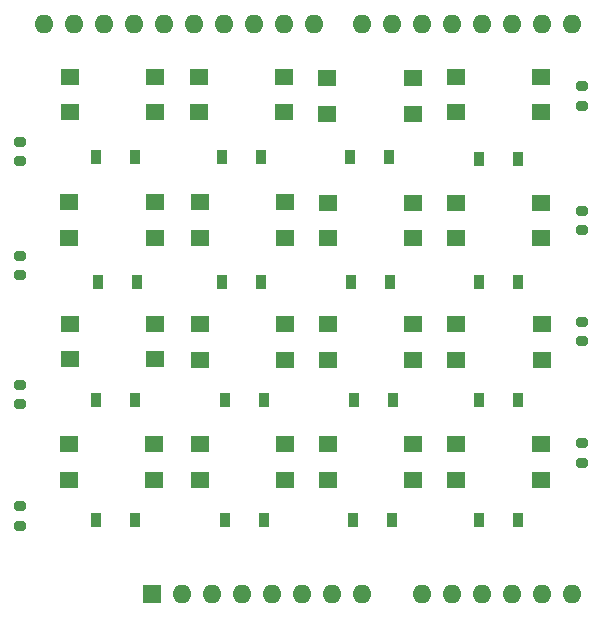
<source format=gbr>
%TF.GenerationSoftware,KiCad,Pcbnew,(6.0.10)*%
%TF.CreationDate,2023-08-09T19:07:30-05:00*%
%TF.ProjectId,Keypad,4b657970-6164-42e6-9b69-6361645f7063,rev?*%
%TF.SameCoordinates,Original*%
%TF.FileFunction,Soldermask,Top*%
%TF.FilePolarity,Negative*%
%FSLAX46Y46*%
G04 Gerber Fmt 4.6, Leading zero omitted, Abs format (unit mm)*
G04 Created by KiCad (PCBNEW (6.0.10)) date 2023-08-09 19:07:30*
%MOMM*%
%LPD*%
G01*
G04 APERTURE LIST*
G04 Aperture macros list*
%AMRoundRect*
0 Rectangle with rounded corners*
0 $1 Rounding radius*
0 $2 $3 $4 $5 $6 $7 $8 $9 X,Y pos of 4 corners*
0 Add a 4 corners polygon primitive as box body*
4,1,4,$2,$3,$4,$5,$6,$7,$8,$9,$2,$3,0*
0 Add four circle primitives for the rounded corners*
1,1,$1+$1,$2,$3*
1,1,$1+$1,$4,$5*
1,1,$1+$1,$6,$7*
1,1,$1+$1,$8,$9*
0 Add four rect primitives between the rounded corners*
20,1,$1+$1,$2,$3,$4,$5,0*
20,1,$1+$1,$4,$5,$6,$7,0*
20,1,$1+$1,$6,$7,$8,$9,0*
20,1,$1+$1,$8,$9,$2,$3,0*%
G04 Aperture macros list end*
%ADD10R,0.900000X1.200000*%
%ADD11RoundRect,0.200000X-0.275000X0.200000X-0.275000X-0.200000X0.275000X-0.200000X0.275000X0.200000X0*%
%ADD12R,1.600000X1.400000*%
%ADD13R,1.600000X1.600000*%
%ADD14O,1.600000X1.600000*%
G04 APERTURE END LIST*
D10*
%TO.C,D2*%
X119761000Y-67945000D03*
X123063000Y-67945000D03*
%TD*%
D11*
%TO.C,R1_330*%
X160782000Y-81598000D03*
X160782000Y-83248000D03*
%TD*%
D10*
%TO.C,D4*%
X119634000Y-88138000D03*
X122936000Y-88138000D03*
%TD*%
%TO.C,D15*%
X152019000Y-77978000D03*
X155321000Y-77978000D03*
%TD*%
D12*
%TO.C,SW10*%
X146475000Y-61238000D03*
X139275000Y-61238000D03*
X139275000Y-64238000D03*
X146475000Y-64238000D03*
%TD*%
%TO.C,SW2*%
X117348000Y-61214000D03*
X124548000Y-61214000D03*
X124548000Y-64214000D03*
X117348000Y-64214000D03*
%TD*%
D11*
%TO.C,R6_1K1*%
X113157000Y-65723000D03*
X113157000Y-67373000D03*
%TD*%
D12*
%TO.C,SW15*%
X150114000Y-71525000D03*
X157314000Y-71525000D03*
X150114000Y-74525000D03*
X157314000Y-74525000D03*
%TD*%
D10*
%TO.C,D9*%
X141097000Y-57404000D03*
X144399000Y-57404000D03*
%TD*%
D12*
%TO.C,SW14*%
X157270000Y-61238000D03*
X150070000Y-61238000D03*
X157270000Y-64238000D03*
X150070000Y-64238000D03*
%TD*%
%TO.C,SW8*%
X128397000Y-81685000D03*
X135597000Y-81685000D03*
X135597000Y-84685000D03*
X128397000Y-84685000D03*
%TD*%
D11*
%TO.C,R2_330*%
X160782000Y-71311000D03*
X160782000Y-72961000D03*
%TD*%
%TO.C,R3_330*%
X160782000Y-61913000D03*
X160782000Y-63563000D03*
%TD*%
D12*
%TO.C,SW7*%
X128397000Y-71525000D03*
X135597000Y-71525000D03*
X128397000Y-74525000D03*
X135597000Y-74525000D03*
%TD*%
D10*
%TO.C,D1*%
X119634000Y-57404000D03*
X122936000Y-57404000D03*
%TD*%
D12*
%TO.C,SW13*%
X157270000Y-50570000D03*
X150070000Y-50570000D03*
X150070000Y-53570000D03*
X157270000Y-53570000D03*
%TD*%
D10*
%TO.C,D13*%
X152019000Y-57531000D03*
X155321000Y-57531000D03*
%TD*%
D11*
%TO.C,R5_1K1*%
X113157000Y-56071000D03*
X113157000Y-57721000D03*
%TD*%
D10*
%TO.C,D7*%
X130556000Y-77978000D03*
X133858000Y-77978000D03*
%TD*%
%TO.C,D5*%
X130302000Y-57404000D03*
X133604000Y-57404000D03*
%TD*%
D12*
%TO.C,SW6*%
X135597000Y-61214000D03*
X128397000Y-61214000D03*
X135597000Y-64214000D03*
X128397000Y-64214000D03*
%TD*%
D13*
%TO.C,U1*%
X124331000Y-94359000D03*
D14*
X126871000Y-94359000D03*
X129411000Y-94359000D03*
X131951000Y-94359000D03*
X134491000Y-94359000D03*
X137031000Y-94359000D03*
X139571000Y-94359000D03*
X142111000Y-94359000D03*
X147191000Y-94359000D03*
X149731000Y-94359000D03*
X152271000Y-94359000D03*
X154811000Y-94359000D03*
X157351000Y-94359000D03*
X159891000Y-94359000D03*
X159891000Y-46099000D03*
X157351000Y-46099000D03*
X154811000Y-46099000D03*
X152271000Y-46099000D03*
X149731000Y-46099000D03*
X147191000Y-46099000D03*
X144651000Y-46099000D03*
X142111000Y-46099000D03*
X138051000Y-46099000D03*
X135511000Y-46099000D03*
X132971000Y-46099000D03*
X130431000Y-46099000D03*
X127891000Y-46099000D03*
X125351000Y-46099000D03*
X122811000Y-46099000D03*
X120271000Y-46099000D03*
X117731000Y-46099000D03*
X115191000Y-46099000D03*
%TD*%
D10*
%TO.C,D3*%
X119634000Y-77978000D03*
X122936000Y-77978000D03*
%TD*%
%TO.C,D12*%
X141351000Y-88138000D03*
X144653000Y-88138000D03*
%TD*%
%TO.C,D16*%
X152019000Y-88138000D03*
X155321000Y-88138000D03*
%TD*%
%TO.C,D6*%
X130302000Y-67945000D03*
X133604000Y-67945000D03*
%TD*%
D12*
%TO.C,SW11*%
X146475000Y-71525000D03*
X139275000Y-71525000D03*
X139275000Y-74525000D03*
X146475000Y-74525000D03*
%TD*%
%TO.C,SW12*%
X139275000Y-81685000D03*
X146475000Y-81685000D03*
X139275000Y-84685000D03*
X146475000Y-84685000D03*
%TD*%
%TO.C,SW5*%
X135553000Y-50594000D03*
X128353000Y-50594000D03*
X128353000Y-53594000D03*
X135553000Y-53594000D03*
%TD*%
%TO.C,SW9*%
X146392000Y-50697000D03*
X139192000Y-50697000D03*
X146392000Y-53697000D03*
X139192000Y-53697000D03*
%TD*%
D11*
%TO.C,R7_1K1*%
X113157000Y-76645000D03*
X113157000Y-78295000D03*
%TD*%
D12*
%TO.C,SW16*%
X157270000Y-81685000D03*
X150070000Y-81685000D03*
X150070000Y-84685000D03*
X157270000Y-84685000D03*
%TD*%
D10*
%TO.C,D10*%
X141224000Y-67945000D03*
X144526000Y-67945000D03*
%TD*%
%TO.C,D8*%
X130556000Y-88138000D03*
X133858000Y-88138000D03*
%TD*%
D11*
%TO.C,R4_330*%
X160782000Y-51372000D03*
X160782000Y-53022000D03*
%TD*%
%TO.C,R8_1K1*%
X113157000Y-86932000D03*
X113157000Y-88582000D03*
%TD*%
D10*
%TO.C,D11*%
X141478000Y-77978000D03*
X144780000Y-77978000D03*
%TD*%
D12*
%TO.C,SW1*%
X124587000Y-50594000D03*
X117387000Y-50594000D03*
X117387000Y-53594000D03*
X124587000Y-53594000D03*
%TD*%
D10*
%TO.C,D14*%
X152019000Y-67945000D03*
X155321000Y-67945000D03*
%TD*%
D12*
%TO.C,SW3*%
X117387000Y-71501000D03*
X124587000Y-71501000D03*
X124587000Y-74501000D03*
X117387000Y-74501000D03*
%TD*%
%TO.C,SW4*%
X117304000Y-81685000D03*
X124504000Y-81685000D03*
X117304000Y-84685000D03*
X124504000Y-84685000D03*
%TD*%
M02*

</source>
